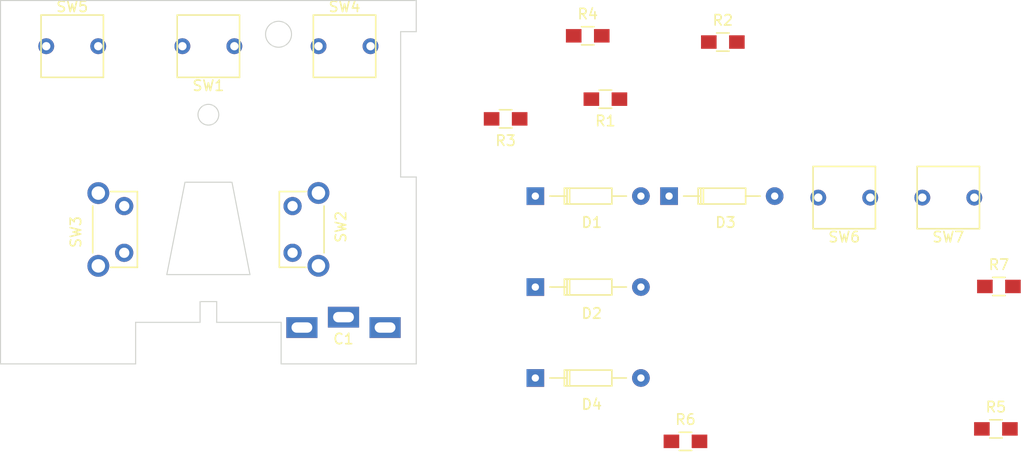
<source format=kicad_pcb>
(kicad_pcb (version 4) (host pcbnew 4.0.3-stable)

  (general
    (links 27)
    (no_connects 27)
    (area 157.5 86 197.75 121.25)
    (thickness 1.6)
    (drawings 22)
    (tracks 0)
    (zones 0)
    (modules 19)
    (nets 13)
  )

  (page A4)
  (layers
    (0 F.Cu signal)
    (31 B.Cu signal)
    (38 B.Mask user)
    (39 F.Mask user)
    (44 Edge.Cuts user)
  )

  (setup
    (last_trace_width 0.508)
    (trace_clearance 0.508)
    (zone_clearance 0.508)
    (zone_45_only no)
    (trace_min 0.254)
    (segment_width 0.2)
    (edge_width 0.1)
    (via_size 1.5)
    (via_drill 0.8)
    (via_min_size 1.5)
    (via_min_drill 0.8)
    (uvia_size 0.3)
    (uvia_drill 0.1)
    (uvias_allowed no)
    (uvia_min_size 0)
    (uvia_min_drill 0)
    (pcb_text_width 0.3)
    (pcb_text_size 1.5 1.5)
    (mod_edge_width 0.15)
    (mod_text_size 1 1)
    (mod_text_width 0.15)
    (pad_size 1.5 1.5)
    (pad_drill 0.6)
    (pad_to_mask_clearance 0)
    (aux_axis_origin 157.61 86.2)
    (grid_origin 157.61 86.2)
    (visible_elements FFFFF77F)
    (pcbplotparams
      (layerselection 0x00030_80000001)
      (usegerberextensions false)
      (excludeedgelayer true)
      (linewidth 0.100000)
      (plotframeref false)
      (viasonmask false)
      (mode 1)
      (useauxorigin false)
      (hpglpennumber 1)
      (hpglpenspeed 20)
      (hpglpendiameter 15)
      (hpglpenoverlay 2)
      (psnegative false)
      (psa4output false)
      (plotreference true)
      (plotvalue true)
      (plotinvisibletext false)
      (padsonsilk false)
      (subtractmaskfromsilk false)
      (outputformat 1)
      (mirror false)
      (drillshape 1)
      (scaleselection 1)
      (outputdirectory ""))
  )

  (net 0 "")
  (net 1 "Net-(C1-Pad1)")
  (net 2 "Net-(C1-Pad3)")
  (net 3 "Net-(C1-Pad2)")
  (net 4 "Net-(D1-Pad1)")
  (net 5 "Net-(R1-Pad1)")
  (net 6 "Net-(R2-Pad1)")
  (net 7 "Net-(R3-Pad1)")
  (net 8 "Net-(R4-Pad1)")
  (net 9 "Net-(D1-Pad2)")
  (net 10 "Net-(D3-Pad1)")
  (net 11 "Net-(D4-Pad2)")
  (net 12 "Net-(R5-Pad1)")

  (net_class Default "This is the default net class."
    (clearance 0.508)
    (trace_width 0.508)
    (via_dia 1.5)
    (via_drill 0.8)
    (uvia_dia 0.3)
    (uvia_drill 0.1)
    (add_net "Net-(C1-Pad1)")
    (add_net "Net-(C1-Pad2)")
    (add_net "Net-(C1-Pad3)")
    (add_net "Net-(D1-Pad1)")
    (add_net "Net-(D1-Pad2)")
    (add_net "Net-(D3-Pad1)")
    (add_net "Net-(D4-Pad2)")
    (add_net "Net-(R1-Pad1)")
    (add_net "Net-(R2-Pad1)")
    (add_net "Net-(R3-Pad1)")
    (add_net "Net-(R4-Pad1)")
    (add_net "Net-(R5-Pad1)")
  )

  (module MiLib:FordConn (layer F.Cu) (tedit 57B62B50) (tstamp 57B84F73)
    (at 190.61 116.7)
    (path /57B65928)
    (fp_text reference C1 (at 0 2.1) (layer F.SilkS)
      (effects (font (size 1 1) (thickness 0.15)))
    )
    (fp_text value FordConn (at 0 -1.9) (layer F.Fab)
      (effects (font (size 1 1) (thickness 0.15)))
    )
    (pad 1 thru_hole rect (at 4 1) (size 3 2) (drill oval 2 1) (layers *.Cu *.Mask)
      (net 1 "Net-(C1-Pad1)"))
    (pad 3 thru_hole rect (at -4 1) (size 3 2) (drill oval 2 1) (layers *.Cu *.Mask)
      (net 2 "Net-(C1-Pad3)"))
    (pad 2 thru_hole rect (at 0 0) (size 3 2) (drill oval 2 1) (layers *.Cu *.Mask)
      (net 3 "Net-(C1-Pad2)"))
  )

  (module Diodes_ThroughHole:Diode_DO-35_SOD27_Horizontal_RM10 (layer F.Cu) (tedit 552FFC30) (tstamp 57B84F82)
    (at 209.06711 105.04154)
    (descr "Diode, DO-35,  SOD27, Horizontal, RM 10mm")
    (tags "Diode, DO-35, SOD27, Horizontal, RM 10mm, 1N4148,")
    (path /57A75140)
    (fp_text reference D1 (at 5.43052 2.53746) (layer F.SilkS)
      (effects (font (size 1 1) (thickness 0.15)))
    )
    (fp_text value 1N5818 (at 4.41452 -3.55854) (layer F.Fab)
      (effects (font (size 1 1) (thickness 0.15)))
    )
    (fp_line (start 7.36652 -0.00254) (end 8.76352 -0.00254) (layer F.SilkS) (width 0.15))
    (fp_line (start 2.92152 -0.00254) (end 1.39752 -0.00254) (layer F.SilkS) (width 0.15))
    (fp_line (start 3.30252 -0.76454) (end 3.30252 0.75946) (layer F.SilkS) (width 0.15))
    (fp_line (start 3.04852 -0.76454) (end 3.04852 0.75946) (layer F.SilkS) (width 0.15))
    (fp_line (start 2.79452 -0.00254) (end 2.79452 0.75946) (layer F.SilkS) (width 0.15))
    (fp_line (start 2.79452 0.75946) (end 7.36652 0.75946) (layer F.SilkS) (width 0.15))
    (fp_line (start 7.36652 0.75946) (end 7.36652 -0.76454) (layer F.SilkS) (width 0.15))
    (fp_line (start 7.36652 -0.76454) (end 2.79452 -0.76454) (layer F.SilkS) (width 0.15))
    (fp_line (start 2.79452 -0.76454) (end 2.79452 -0.00254) (layer F.SilkS) (width 0.15))
    (pad 2 thru_hole circle (at 10.16052 -0.00254 180) (size 1.69926 1.69926) (drill 0.70104) (layers *.Cu *.Mask)
      (net 9 "Net-(D1-Pad2)"))
    (pad 1 thru_hole rect (at 0.00052 -0.00254 180) (size 1.69926 1.69926) (drill 0.70104) (layers *.Cu *.Mask)
      (net 4 "Net-(D1-Pad1)"))
    (model Diodes_ThroughHole.3dshapes/Diode_DO-35_SOD27_Horizontal_RM10.wrl
      (at (xyz 0.2 0 0))
      (scale (xyz 0.4 0.4 0.4))
      (rotate (xyz 0 0 180))
    )
  )

  (module Diodes_ThroughHole:Diode_DO-35_SOD27_Horizontal_RM10 (layer F.Cu) (tedit 552FFC30) (tstamp 57B84F91)
    (at 209.06711 113.80154)
    (descr "Diode, DO-35,  SOD27, Horizontal, RM 10mm")
    (tags "Diode, DO-35, SOD27, Horizontal, RM 10mm, 1N4148,")
    (path /57A74BED)
    (fp_text reference D2 (at 5.43052 2.53746) (layer F.SilkS)
      (effects (font (size 1 1) (thickness 0.15)))
    )
    (fp_text value 1N5818 (at 4.41452 -3.55854) (layer F.Fab)
      (effects (font (size 1 1) (thickness 0.15)))
    )
    (fp_line (start 7.36652 -0.00254) (end 8.76352 -0.00254) (layer F.SilkS) (width 0.15))
    (fp_line (start 2.92152 -0.00254) (end 1.39752 -0.00254) (layer F.SilkS) (width 0.15))
    (fp_line (start 3.30252 -0.76454) (end 3.30252 0.75946) (layer F.SilkS) (width 0.15))
    (fp_line (start 3.04852 -0.76454) (end 3.04852 0.75946) (layer F.SilkS) (width 0.15))
    (fp_line (start 2.79452 -0.00254) (end 2.79452 0.75946) (layer F.SilkS) (width 0.15))
    (fp_line (start 2.79452 0.75946) (end 7.36652 0.75946) (layer F.SilkS) (width 0.15))
    (fp_line (start 7.36652 0.75946) (end 7.36652 -0.76454) (layer F.SilkS) (width 0.15))
    (fp_line (start 7.36652 -0.76454) (end 2.79452 -0.76454) (layer F.SilkS) (width 0.15))
    (fp_line (start 2.79452 -0.76454) (end 2.79452 -0.00254) (layer F.SilkS) (width 0.15))
    (pad 2 thru_hole circle (at 10.16052 -0.00254 180) (size 1.69926 1.69926) (drill 0.70104) (layers *.Cu *.Mask)
      (net 2 "Net-(C1-Pad3)"))
    (pad 1 thru_hole rect (at 0.00052 -0.00254 180) (size 1.69926 1.69926) (drill 0.70104) (layers *.Cu *.Mask)
      (net 4 "Net-(D1-Pad1)"))
    (model Diodes_ThroughHole.3dshapes/Diode_DO-35_SOD27_Horizontal_RM10.wrl
      (at (xyz 0.2 0 0))
      (scale (xyz 0.4 0.4 0.4))
      (rotate (xyz 0 0 180))
    )
  )

  (module Diodes_ThroughHole:Diode_DO-35_SOD27_Horizontal_RM10 (layer F.Cu) (tedit 552FFC30) (tstamp 57B84FA0)
    (at 221.93711 105.04154)
    (descr "Diode, DO-35,  SOD27, Horizontal, RM 10mm")
    (tags "Diode, DO-35, SOD27, Horizontal, RM 10mm, 1N4148,")
    (path /57B884F2)
    (fp_text reference D3 (at 5.43052 2.53746) (layer F.SilkS)
      (effects (font (size 1 1) (thickness 0.15)))
    )
    (fp_text value 1N5818 (at 4.41452 -3.55854) (layer F.Fab)
      (effects (font (size 1 1) (thickness 0.15)))
    )
    (fp_line (start 7.36652 -0.00254) (end 8.76352 -0.00254) (layer F.SilkS) (width 0.15))
    (fp_line (start 2.92152 -0.00254) (end 1.39752 -0.00254) (layer F.SilkS) (width 0.15))
    (fp_line (start 3.30252 -0.76454) (end 3.30252 0.75946) (layer F.SilkS) (width 0.15))
    (fp_line (start 3.04852 -0.76454) (end 3.04852 0.75946) (layer F.SilkS) (width 0.15))
    (fp_line (start 2.79452 -0.00254) (end 2.79452 0.75946) (layer F.SilkS) (width 0.15))
    (fp_line (start 2.79452 0.75946) (end 7.36652 0.75946) (layer F.SilkS) (width 0.15))
    (fp_line (start 7.36652 0.75946) (end 7.36652 -0.76454) (layer F.SilkS) (width 0.15))
    (fp_line (start 7.36652 -0.76454) (end 2.79452 -0.76454) (layer F.SilkS) (width 0.15))
    (fp_line (start 2.79452 -0.76454) (end 2.79452 -0.00254) (layer F.SilkS) (width 0.15))
    (pad 2 thru_hole circle (at 10.16052 -0.00254 180) (size 1.69926 1.69926) (drill 0.70104) (layers *.Cu *.Mask)
      (net 2 "Net-(C1-Pad3)"))
    (pad 1 thru_hole rect (at 0.00052 -0.00254 180) (size 1.69926 1.69926) (drill 0.70104) (layers *.Cu *.Mask)
      (net 10 "Net-(D3-Pad1)"))
    (model Diodes_ThroughHole.3dshapes/Diode_DO-35_SOD27_Horizontal_RM10.wrl
      (at (xyz 0.2 0 0))
      (scale (xyz 0.4 0.4 0.4))
      (rotate (xyz 0 0 180))
    )
  )

  (module Diodes_ThroughHole:Diode_DO-35_SOD27_Horizontal_RM10 (layer F.Cu) (tedit 552FFC30) (tstamp 57B84FAF)
    (at 209.06711 122.56154)
    (descr "Diode, DO-35,  SOD27, Horizontal, RM 10mm")
    (tags "Diode, DO-35, SOD27, Horizontal, RM 10mm, 1N4148,")
    (path /57B7D58F)
    (fp_text reference D4 (at 5.43052 2.53746) (layer F.SilkS)
      (effects (font (size 1 1) (thickness 0.15)))
    )
    (fp_text value 1N5818 (at 4.41452 -3.55854) (layer F.Fab)
      (effects (font (size 1 1) (thickness 0.15)))
    )
    (fp_line (start 7.36652 -0.00254) (end 8.76352 -0.00254) (layer F.SilkS) (width 0.15))
    (fp_line (start 2.92152 -0.00254) (end 1.39752 -0.00254) (layer F.SilkS) (width 0.15))
    (fp_line (start 3.30252 -0.76454) (end 3.30252 0.75946) (layer F.SilkS) (width 0.15))
    (fp_line (start 3.04852 -0.76454) (end 3.04852 0.75946) (layer F.SilkS) (width 0.15))
    (fp_line (start 2.79452 -0.00254) (end 2.79452 0.75946) (layer F.SilkS) (width 0.15))
    (fp_line (start 2.79452 0.75946) (end 7.36652 0.75946) (layer F.SilkS) (width 0.15))
    (fp_line (start 7.36652 0.75946) (end 7.36652 -0.76454) (layer F.SilkS) (width 0.15))
    (fp_line (start 7.36652 -0.76454) (end 2.79452 -0.76454) (layer F.SilkS) (width 0.15))
    (fp_line (start 2.79452 -0.76454) (end 2.79452 -0.00254) (layer F.SilkS) (width 0.15))
    (pad 2 thru_hole circle (at 10.16052 -0.00254 180) (size 1.69926 1.69926) (drill 0.70104) (layers *.Cu *.Mask)
      (net 11 "Net-(D4-Pad2)"))
    (pad 1 thru_hole rect (at 0.00052 -0.00254 180) (size 1.69926 1.69926) (drill 0.70104) (layers *.Cu *.Mask)
      (net 10 "Net-(D3-Pad1)"))
    (model Diodes_ThroughHole.3dshapes/Diode_DO-35_SOD27_Horizontal_RM10.wrl
      (at (xyz 0.2 0 0))
      (scale (xyz 0.4 0.4 0.4))
      (rotate (xyz 0 0 180))
    )
  )

  (module Resistors_SMD:R_0805_HandSoldering (layer F.Cu) (tedit 54189DEE) (tstamp 57B84FBB)
    (at 215.81 95.7 180)
    (descr "Resistor SMD 0805, hand soldering")
    (tags "resistor 0805")
    (path /57A73D41)
    (attr smd)
    (fp_text reference R1 (at 0 -2.1 180) (layer F.SilkS)
      (effects (font (size 1 1) (thickness 0.15)))
    )
    (fp_text value R (at 0 2.1 180) (layer F.Fab)
      (effects (font (size 1 1) (thickness 0.15)))
    )
    (fp_line (start -2.4 -1) (end 2.4 -1) (layer F.CrtYd) (width 0.05))
    (fp_line (start -2.4 1) (end 2.4 1) (layer F.CrtYd) (width 0.05))
    (fp_line (start -2.4 -1) (end -2.4 1) (layer F.CrtYd) (width 0.05))
    (fp_line (start 2.4 -1) (end 2.4 1) (layer F.CrtYd) (width 0.05))
    (fp_line (start 0.6 0.875) (end -0.6 0.875) (layer F.SilkS) (width 0.15))
    (fp_line (start -0.6 -0.875) (end 0.6 -0.875) (layer F.SilkS) (width 0.15))
    (pad 1 smd rect (at -1.35 0 180) (size 1.5 1.3) (layers F.Cu F.Mask)
      (net 5 "Net-(R1-Pad1)"))
    (pad 2 smd rect (at 1.35 0 180) (size 1.5 1.3) (layers F.Cu F.Mask)
      (net 1 "Net-(C1-Pad1)"))
    (model Resistors_SMD.3dshapes/R_0805_HandSoldering.wrl
      (at (xyz 0 0 0))
      (scale (xyz 1 1 1))
      (rotate (xyz 0 0 0))
    )
  )

  (module Resistors_SMD:R_0805_HandSoldering (layer F.Cu) (tedit 54189DEE) (tstamp 57B84FC7)
    (at 227.11 90.2)
    (descr "Resistor SMD 0805, hand soldering")
    (tags "resistor 0805")
    (path /57A7401B)
    (attr smd)
    (fp_text reference R2 (at 0 -2.1) (layer F.SilkS)
      (effects (font (size 1 1) (thickness 0.15)))
    )
    (fp_text value R (at 0 2.1) (layer F.Fab)
      (effects (font (size 1 1) (thickness 0.15)))
    )
    (fp_line (start -2.4 -1) (end 2.4 -1) (layer F.CrtYd) (width 0.05))
    (fp_line (start -2.4 1) (end 2.4 1) (layer F.CrtYd) (width 0.05))
    (fp_line (start -2.4 -1) (end -2.4 1) (layer F.CrtYd) (width 0.05))
    (fp_line (start 2.4 -1) (end 2.4 1) (layer F.CrtYd) (width 0.05))
    (fp_line (start 0.6 0.875) (end -0.6 0.875) (layer F.SilkS) (width 0.15))
    (fp_line (start -0.6 -0.875) (end 0.6 -0.875) (layer F.SilkS) (width 0.15))
    (pad 1 smd rect (at -1.35 0) (size 1.5 1.3) (layers F.Cu F.Mask)
      (net 6 "Net-(R2-Pad1)"))
    (pad 2 smd rect (at 1.35 0) (size 1.5 1.3) (layers F.Cu F.Mask)
      (net 5 "Net-(R1-Pad1)"))
    (model Resistors_SMD.3dshapes/R_0805_HandSoldering.wrl
      (at (xyz 0 0 0))
      (scale (xyz 1 1 1))
      (rotate (xyz 0 0 0))
    )
  )

  (module Resistors_SMD:R_0805_HandSoldering (layer F.Cu) (tedit 54189DEE) (tstamp 57B84FD3)
    (at 206.21 97.6 180)
    (descr "Resistor SMD 0805, hand soldering")
    (tags "resistor 0805")
    (path /57A74021)
    (attr smd)
    (fp_text reference R3 (at 0 -2.1 180) (layer F.SilkS)
      (effects (font (size 1 1) (thickness 0.15)))
    )
    (fp_text value R (at 0 2.1 180) (layer F.Fab)
      (effects (font (size 1 1) (thickness 0.15)))
    )
    (fp_line (start -2.4 -1) (end 2.4 -1) (layer F.CrtYd) (width 0.05))
    (fp_line (start -2.4 1) (end 2.4 1) (layer F.CrtYd) (width 0.05))
    (fp_line (start -2.4 -1) (end -2.4 1) (layer F.CrtYd) (width 0.05))
    (fp_line (start 2.4 -1) (end 2.4 1) (layer F.CrtYd) (width 0.05))
    (fp_line (start 0.6 0.875) (end -0.6 0.875) (layer F.SilkS) (width 0.15))
    (fp_line (start -0.6 -0.875) (end 0.6 -0.875) (layer F.SilkS) (width 0.15))
    (pad 1 smd rect (at -1.35 0 180) (size 1.5 1.3) (layers F.Cu F.Mask)
      (net 7 "Net-(R3-Pad1)"))
    (pad 2 smd rect (at 1.35 0 180) (size 1.5 1.3) (layers F.Cu F.Mask)
      (net 6 "Net-(R2-Pad1)"))
    (model Resistors_SMD.3dshapes/R_0805_HandSoldering.wrl
      (at (xyz 0 0 0))
      (scale (xyz 1 1 1))
      (rotate (xyz 0 0 0))
    )
  )

  (module Resistors_SMD:R_0805_HandSoldering (layer F.Cu) (tedit 54189DEE) (tstamp 57B84FDF)
    (at 214.11 89.6)
    (descr "Resistor SMD 0805, hand soldering")
    (tags "resistor 0805")
    (path /57A741B3)
    (attr smd)
    (fp_text reference R4 (at 0 -2.1) (layer F.SilkS)
      (effects (font (size 1 1) (thickness 0.15)))
    )
    (fp_text value R (at 0 2.1) (layer F.Fab)
      (effects (font (size 1 1) (thickness 0.15)))
    )
    (fp_line (start -2.4 -1) (end 2.4 -1) (layer F.CrtYd) (width 0.05))
    (fp_line (start -2.4 1) (end 2.4 1) (layer F.CrtYd) (width 0.05))
    (fp_line (start -2.4 -1) (end -2.4 1) (layer F.CrtYd) (width 0.05))
    (fp_line (start 2.4 -1) (end 2.4 1) (layer F.CrtYd) (width 0.05))
    (fp_line (start 0.6 0.875) (end -0.6 0.875) (layer F.SilkS) (width 0.15))
    (fp_line (start -0.6 -0.875) (end 0.6 -0.875) (layer F.SilkS) (width 0.15))
    (pad 1 smd rect (at -1.35 0) (size 1.5 1.3) (layers F.Cu F.Mask)
      (net 8 "Net-(R4-Pad1)"))
    (pad 2 smd rect (at 1.35 0) (size 1.5 1.3) (layers F.Cu F.Mask)
      (net 7 "Net-(R3-Pad1)"))
    (model Resistors_SMD.3dshapes/R_0805_HandSoldering.wrl
      (at (xyz 0 0 0))
      (scale (xyz 1 1 1))
      (rotate (xyz 0 0 0))
    )
  )

  (module Resistors_SMD:R_0805_HandSoldering (layer F.Cu) (tedit 54189DEE) (tstamp 57B84FEB)
    (at 253.383001 127.463)
    (descr "Resistor SMD 0805, hand soldering")
    (tags "resistor 0805")
    (path /57A741B9)
    (attr smd)
    (fp_text reference R5 (at 0 -2.1) (layer F.SilkS)
      (effects (font (size 1 1) (thickness 0.15)))
    )
    (fp_text value R (at 0 2.1) (layer F.Fab)
      (effects (font (size 1 1) (thickness 0.15)))
    )
    (fp_line (start -2.4 -1) (end 2.4 -1) (layer F.CrtYd) (width 0.05))
    (fp_line (start -2.4 1) (end 2.4 1) (layer F.CrtYd) (width 0.05))
    (fp_line (start -2.4 -1) (end -2.4 1) (layer F.CrtYd) (width 0.05))
    (fp_line (start 2.4 -1) (end 2.4 1) (layer F.CrtYd) (width 0.05))
    (fp_line (start 0.6 0.875) (end -0.6 0.875) (layer F.SilkS) (width 0.15))
    (fp_line (start -0.6 -0.875) (end 0.6 -0.875) (layer F.SilkS) (width 0.15))
    (pad 1 smd rect (at -1.35 0) (size 1.5 1.3) (layers F.Cu F.Mask)
      (net 12 "Net-(R5-Pad1)"))
    (pad 2 smd rect (at 1.35 0) (size 1.5 1.3) (layers F.Cu F.Mask)
      (net 8 "Net-(R4-Pad1)"))
    (model Resistors_SMD.3dshapes/R_0805_HandSoldering.wrl
      (at (xyz 0 0 0))
      (scale (xyz 1 1 1))
      (rotate (xyz 0 0 0))
    )
  )

  (module Resistors_SMD:R_0805_HandSoldering (layer F.Cu) (tedit 54189DEE) (tstamp 57B84FF7)
    (at 223.513001 128.663)
    (descr "Resistor SMD 0805, hand soldering")
    (tags "resistor 0805")
    (path /57A738CB)
    (attr smd)
    (fp_text reference R6 (at 0 -2.1) (layer F.SilkS)
      (effects (font (size 1 1) (thickness 0.15)))
    )
    (fp_text value R (at 0 2.1) (layer F.Fab)
      (effects (font (size 1 1) (thickness 0.15)))
    )
    (fp_line (start -2.4 -1) (end 2.4 -1) (layer F.CrtYd) (width 0.05))
    (fp_line (start -2.4 1) (end 2.4 1) (layer F.CrtYd) (width 0.05))
    (fp_line (start -2.4 -1) (end -2.4 1) (layer F.CrtYd) (width 0.05))
    (fp_line (start 2.4 -1) (end 2.4 1) (layer F.CrtYd) (width 0.05))
    (fp_line (start 0.6 0.875) (end -0.6 0.875) (layer F.SilkS) (width 0.15))
    (fp_line (start -0.6 -0.875) (end 0.6 -0.875) (layer F.SilkS) (width 0.15))
    (pad 1 smd rect (at -1.35 0) (size 1.5 1.3) (layers F.Cu F.Mask)
      (net 9 "Net-(D1-Pad2)"))
    (pad 2 smd rect (at 1.35 0) (size 1.5 1.3) (layers F.Cu F.Mask)
      (net 12 "Net-(R5-Pad1)"))
    (model Resistors_SMD.3dshapes/R_0805_HandSoldering.wrl
      (at (xyz 0 0 0))
      (scale (xyz 1 1 1))
      (rotate (xyz 0 0 0))
    )
  )

  (module Resistors_SMD:R_0805_HandSoldering (layer F.Cu) (tedit 54189DEE) (tstamp 57B85003)
    (at 253.673001 113.743)
    (descr "Resistor SMD 0805, hand soldering")
    (tags "resistor 0805")
    (path /57B770CF)
    (attr smd)
    (fp_text reference R7 (at 0 -2.1) (layer F.SilkS)
      (effects (font (size 1 1) (thickness 0.15)))
    )
    (fp_text value R (at 0 2.1) (layer F.Fab)
      (effects (font (size 1 1) (thickness 0.15)))
    )
    (fp_line (start -2.4 -1) (end 2.4 -1) (layer F.CrtYd) (width 0.05))
    (fp_line (start -2.4 1) (end 2.4 1) (layer F.CrtYd) (width 0.05))
    (fp_line (start -2.4 -1) (end -2.4 1) (layer F.CrtYd) (width 0.05))
    (fp_line (start 2.4 -1) (end 2.4 1) (layer F.CrtYd) (width 0.05))
    (fp_line (start 0.6 0.875) (end -0.6 0.875) (layer F.SilkS) (width 0.15))
    (fp_line (start -0.6 -0.875) (end 0.6 -0.875) (layer F.SilkS) (width 0.15))
    (pad 1 smd rect (at -1.35 0) (size 1.5 1.3) (layers F.Cu F.Mask)
      (net 9 "Net-(D1-Pad2)"))
    (pad 2 smd rect (at 1.35 0) (size 1.5 1.3) (layers F.Cu F.Mask)
      (net 11 "Net-(D4-Pad2)"))
    (model Resistors_SMD.3dshapes/R_0805_HandSoldering.wrl
      (at (xyz 0 0 0))
      (scale (xyz 1 1 1))
      (rotate (xyz 0 0 0))
    )
  )

  (module MiLib:FordPushSW locked (layer F.Cu) (tedit 57B74917) (tstamp 57B8500D)
    (at 177.61 90.6)
    (path /57B753CE)
    (fp_text reference SW1 (at 0 3.8) (layer F.SilkS)
      (effects (font (size 1 1) (thickness 0.15)))
    )
    (fp_text value Mode (at 0 -3.7) (layer F.Fab)
      (effects (font (size 1 1) (thickness 0.15)))
    )
    (fp_line (start -3 3) (end -3 -3) (layer F.SilkS) (width 0.15))
    (fp_line (start 3 3) (end -3 3) (layer F.SilkS) (width 0.15))
    (fp_line (start 3 -3) (end 3 3) (layer F.SilkS) (width 0.15))
    (fp_line (start -3 -3) (end 3 -3) (layer F.SilkS) (width 0.15))
    (pad 1 thru_hole circle (at -2.5 0) (size 1.524 1.524) (drill 0.8) (layers *.Cu *.Mask)
      (net 5 "Net-(R1-Pad1)"))
    (pad 2 thru_hole circle (at 2.5 0) (size 1.524 1.524) (drill 0.8) (layers *.Cu *.Mask)
      (net 3 "Net-(C1-Pad2)"))
  )

  (module Buttons_Switches_ThroughHole:SW_Tactile_SPST_Angled (layer F.Cu) (tedit 55225528) (tstamp 57B8501D)
    (at 185.71 110.5 90)
    (descr "tactile switch SPST right angle, 1825027-2")
    (tags "tactile switch SPST angled 1825027-2")
    (path /57A7523D)
    (fp_text reference SW2 (at 2.5 4.65 90) (layer F.SilkS)
      (effects (font (size 1 1) (thickness 0.15)))
    )
    (fp_text value TrackUp (at 1.9685 -2.3495 90) (layer F.Fab)
      (effects (font (size 1 1) (thickness 0.15)))
    )
    (fp_line (start -2.5 -1.5) (end 7.05 -1.5) (layer F.CrtYd) (width 0.05))
    (fp_line (start 7.05 -1.5) (end 7.05 3.8) (layer F.CrtYd) (width 0.05))
    (fp_line (start 7.05 3.8) (end -2.5 3.8) (layer F.CrtYd) (width 0.05))
    (fp_line (start -2.5 3.8) (end -2.5 -1.5) (layer F.CrtYd) (width 0.05))
    (fp_line (start -1.397 -1.27) (end 5.9 -1.27) (layer F.SilkS) (width 0.15))
    (fp_line (start 5.9 -1.27) (end 5.9 1.3) (layer F.SilkS) (width 0.15))
    (fp_line (start 0 3.03) (end 4.5 3.03) (layer F.SilkS) (width 0.15))
    (fp_line (start -1.397 -1.27) (end -1.397 1.3) (layer F.SilkS) (width 0.15))
    (pad "" thru_hole circle (at 5.76 2.49 90) (size 2.1 2.1) (drill 1.3) (layers *.Cu *.Mask))
    (pad 2 thru_hole circle (at 4.5 0 90) (size 1.75 1.75) (drill 0.99) (layers *.Cu *.Mask)
      (net 6 "Net-(R2-Pad1)"))
    (pad 1 thru_hole circle (at 0 0 90) (size 1.75 1.75) (drill 0.99) (layers *.Cu *.Mask)
      (net 3 "Net-(C1-Pad2)"))
    (pad "" thru_hole circle (at -1.25 2.49 90) (size 2.1 2.1) (drill 1.3) (layers *.Cu *.Mask))
    (model Buttons_Switches_ThroughHole.3dshapes/SW_Tactile_SPST_Angled.wrl
      (at (xyz 0.09 0.1 0.1575))
      (scale (xyz 0.39 0.39 0.39))
      (rotate (xyz -90 0 180))
    )
  )

  (module Buttons_Switches_ThroughHole:SW_Tactile_SPST_Angled (layer F.Cu) (tedit 55225528) (tstamp 57B8502D)
    (at 169.51 106 270)
    (descr "tactile switch SPST right angle, 1825027-2")
    (tags "tactile switch SPST angled 1825027-2")
    (path /57A75475)
    (fp_text reference SW3 (at 2.5 4.65 270) (layer F.SilkS)
      (effects (font (size 1 1) (thickness 0.15)))
    )
    (fp_text value TrackDown (at 1.9685 -2.3495 270) (layer F.Fab)
      (effects (font (size 1 1) (thickness 0.15)))
    )
    (fp_line (start -2.5 -1.5) (end 7.05 -1.5) (layer F.CrtYd) (width 0.05))
    (fp_line (start 7.05 -1.5) (end 7.05 3.8) (layer F.CrtYd) (width 0.05))
    (fp_line (start 7.05 3.8) (end -2.5 3.8) (layer F.CrtYd) (width 0.05))
    (fp_line (start -2.5 3.8) (end -2.5 -1.5) (layer F.CrtYd) (width 0.05))
    (fp_line (start -1.397 -1.27) (end 5.9 -1.27) (layer F.SilkS) (width 0.15))
    (fp_line (start 5.9 -1.27) (end 5.9 1.3) (layer F.SilkS) (width 0.15))
    (fp_line (start 0 3.03) (end 4.5 3.03) (layer F.SilkS) (width 0.15))
    (fp_line (start -1.397 -1.27) (end -1.397 1.3) (layer F.SilkS) (width 0.15))
    (pad "" thru_hole circle (at 5.76 2.49 270) (size 2.1 2.1) (drill 1.3) (layers *.Cu *.Mask))
    (pad 2 thru_hole circle (at 4.5 0 270) (size 1.75 1.75) (drill 0.99) (layers *.Cu *.Mask)
      (net 7 "Net-(R3-Pad1)"))
    (pad 1 thru_hole circle (at 0 0 270) (size 1.75 1.75) (drill 0.99) (layers *.Cu *.Mask)
      (net 3 "Net-(C1-Pad2)"))
    (pad "" thru_hole circle (at -1.25 2.49 270) (size 2.1 2.1) (drill 1.3) (layers *.Cu *.Mask))
    (model Buttons_Switches_ThroughHole.3dshapes/SW_Tactile_SPST_Angled.wrl
      (at (xyz 0.09 0.1 0.1575))
      (scale (xyz 0.39 0.39 0.39))
      (rotate (xyz -90 0 180))
    )
  )

  (module MiLib:FordPushSW locked (layer F.Cu) (tedit 57B74917) (tstamp 57B85037)
    (at 190.71 90.6 180)
    (path /57B75426)
    (fp_text reference SW4 (at 0 3.8 180) (layer F.SilkS)
      (effects (font (size 1 1) (thickness 0.15)))
    )
    (fp_text value VolUp (at 0 -3.7 180) (layer F.Fab)
      (effects (font (size 1 1) (thickness 0.15)))
    )
    (fp_line (start -3 3) (end -3 -3) (layer F.SilkS) (width 0.15))
    (fp_line (start 3 3) (end -3 3) (layer F.SilkS) (width 0.15))
    (fp_line (start 3 -3) (end 3 3) (layer F.SilkS) (width 0.15))
    (fp_line (start -3 -3) (end 3 -3) (layer F.SilkS) (width 0.15))
    (pad 1 thru_hole circle (at -2.5 0 180) (size 1.524 1.524) (drill 0.8) (layers *.Cu *.Mask)
      (net 8 "Net-(R4-Pad1)"))
    (pad 2 thru_hole circle (at 2.5 0 180) (size 1.524 1.524) (drill 0.8) (layers *.Cu *.Mask)
      (net 3 "Net-(C1-Pad2)"))
  )

  (module MiLib:FordPushSW locked (layer F.Cu) (tedit 57B74917) (tstamp 57B85041)
    (at 164.51 90.6 180)
    (path /57B75305)
    (fp_text reference SW5 (at 0 3.8 180) (layer F.SilkS)
      (effects (font (size 1 1) (thickness 0.15)))
    )
    (fp_text value VolDown (at 0 -3.7 180) (layer F.Fab)
      (effects (font (size 1 1) (thickness 0.15)))
    )
    (fp_line (start -3 3) (end -3 -3) (layer F.SilkS) (width 0.15))
    (fp_line (start 3 3) (end -3 3) (layer F.SilkS) (width 0.15))
    (fp_line (start 3 -3) (end 3 3) (layer F.SilkS) (width 0.15))
    (fp_line (start -3 -3) (end 3 -3) (layer F.SilkS) (width 0.15))
    (pad 1 thru_hole circle (at -2.5 0 180) (size 1.524 1.524) (drill 0.8) (layers *.Cu *.Mask)
      (net 12 "Net-(R5-Pad1)"))
    (pad 2 thru_hole circle (at 2.5 0 180) (size 1.524 1.524) (drill 0.8) (layers *.Cu *.Mask)
      (net 3 "Net-(C1-Pad2)"))
  )

  (module MiLib:FordPushSW (layer F.Cu) (tedit 57B74917) (tstamp 57B8504B)
    (at 238.791334 105.183)
    (path /57B754C9)
    (fp_text reference SW6 (at 0 3.8) (layer F.SilkS)
      (effects (font (size 1 1) (thickness 0.15)))
    )
    (fp_text value PhoneAnswer (at 0 -3.7) (layer F.Fab)
      (effects (font (size 1 1) (thickness 0.15)))
    )
    (fp_line (start -3 3) (end -3 -3) (layer F.SilkS) (width 0.15))
    (fp_line (start 3 3) (end -3 3) (layer F.SilkS) (width 0.15))
    (fp_line (start 3 -3) (end 3 3) (layer F.SilkS) (width 0.15))
    (fp_line (start -3 -3) (end 3 -3) (layer F.SilkS) (width 0.15))
    (pad 1 thru_hole circle (at -2.5 0) (size 1.524 1.524) (drill 0.8) (layers *.Cu *.Mask)
      (net 4 "Net-(D1-Pad1)"))
    (pad 2 thru_hole circle (at 2.5 0) (size 1.524 1.524) (drill 0.8) (layers *.Cu *.Mask)
      (net 3 "Net-(C1-Pad2)"))
  )

  (module MiLib:FordPushSW (layer F.Cu) (tedit 57B74917) (tstamp 57B85055)
    (at 248.804667 105.183)
    (path /57B7720B)
    (fp_text reference SW7 (at 0 3.8) (layer F.SilkS)
      (effects (font (size 1 1) (thickness 0.15)))
    )
    (fp_text value PhoneHang (at 0 -3.7) (layer F.Fab)
      (effects (font (size 1 1) (thickness 0.15)))
    )
    (fp_line (start -3 3) (end -3 -3) (layer F.SilkS) (width 0.15))
    (fp_line (start 3 3) (end -3 3) (layer F.SilkS) (width 0.15))
    (fp_line (start 3 -3) (end 3 3) (layer F.SilkS) (width 0.15))
    (fp_line (start -3 -3) (end 3 -3) (layer F.SilkS) (width 0.15))
    (pad 1 thru_hole circle (at -2.5 0) (size 1.524 1.524) (drill 0.8) (layers *.Cu *.Mask)
      (net 10 "Net-(D3-Pad1)"))
    (pad 2 thru_hole circle (at 2.5 0) (size 1.524 1.524) (drill 0.8) (layers *.Cu *.Mask)
      (net 3 "Net-(C1-Pad2)"))
  )

  (gr_line (start 173.61 112.6) (end 175.36 103.7) (angle 90) (layer Edge.Cuts) (width 0.1))
  (gr_line (start 179.88 103.7) (end 181.61 112.6) (angle 90) (layer Edge.Cuts) (width 0.1))
  (gr_line (start 179.86 103.7) (end 175.36 103.7) (angle 90) (layer Edge.Cuts) (width 0.1))
  (gr_line (start 181.61 112.6) (end 173.61 112.6) (angle 90) (layer Edge.Cuts) (width 0.1))
  (gr_line (start 197.61 103.2) (end 197.61 121.2) (angle 90) (layer Edge.Cuts) (width 0.1))
  (gr_line (start 196.11 103.2) (end 197.61 103.2) (angle 90) (layer Edge.Cuts) (width 0.1))
  (gr_line (start 196.11 89.2) (end 196.11 103.2) (angle 90) (layer Edge.Cuts) (width 0.1))
  (gr_line (start 197.61 89.2) (end 196.11 89.2) (angle 90) (layer Edge.Cuts) (width 0.1))
  (gr_line (start 197.61 86.2) (end 197.61 89.2) (angle 90) (layer Edge.Cuts) (width 0.1))
  (gr_line (start 170.61 121.2) (end 157.61 121.2) (angle 90) (layer Edge.Cuts) (width 0.1))
  (gr_line (start 170.61 117.2) (end 170.61 121.2) (angle 90) (layer Edge.Cuts) (width 0.1))
  (gr_line (start 176.81 117.2) (end 170.61 117.2) (angle 90) (layer Edge.Cuts) (width 0.1))
  (gr_line (start 176.81 115.2) (end 176.81 117.2) (angle 90) (layer Edge.Cuts) (width 0.1))
  (gr_line (start 178.41 115.2) (end 176.81 115.2) (angle 90) (layer Edge.Cuts) (width 0.1))
  (gr_line (start 178.41 117.2) (end 178.41 115.2) (angle 90) (layer Edge.Cuts) (width 0.1))
  (gr_line (start 184.61 117.2) (end 178.41 117.2) (angle 90) (layer Edge.Cuts) (width 0.1))
  (gr_line (start 184.61 121.2) (end 184.61 117.2) (angle 90) (layer Edge.Cuts) (width 0.1))
  (gr_line (start 197.61 121.2) (end 184.61 121.2) (angle 90) (layer Edge.Cuts) (width 0.1))
  (gr_circle (center 184.36 89.45) (end 184.36 90.7) (layer Edge.Cuts) (width 0.1))
  (gr_circle (center 177.61 97.2) (end 177.61 98.2) (layer Edge.Cuts) (width 0.1))
  (gr_line (start 157.61 86.2) (end 157.61 121.2) (angle 90) (layer Edge.Cuts) (width 0.1))
  (gr_line (start 197.61 86.2) (end 157.61 86.2) (angle 90) (layer Edge.Cuts) (width 0.1))

)

</source>
